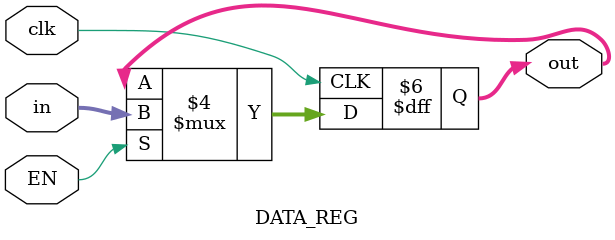
<source format=v>
module DATA_REG (clk,in, out, EN);
	input [7:0] in;
	input clk, EN;
	output reg [7:0] out;

	initial begin
		out = 8'bx;
	end


	always @(posedge clk) 
		begin
			if (EN == 1) 
				begin
						out <= in;
				end
		end 
	  
endmodule
</source>
